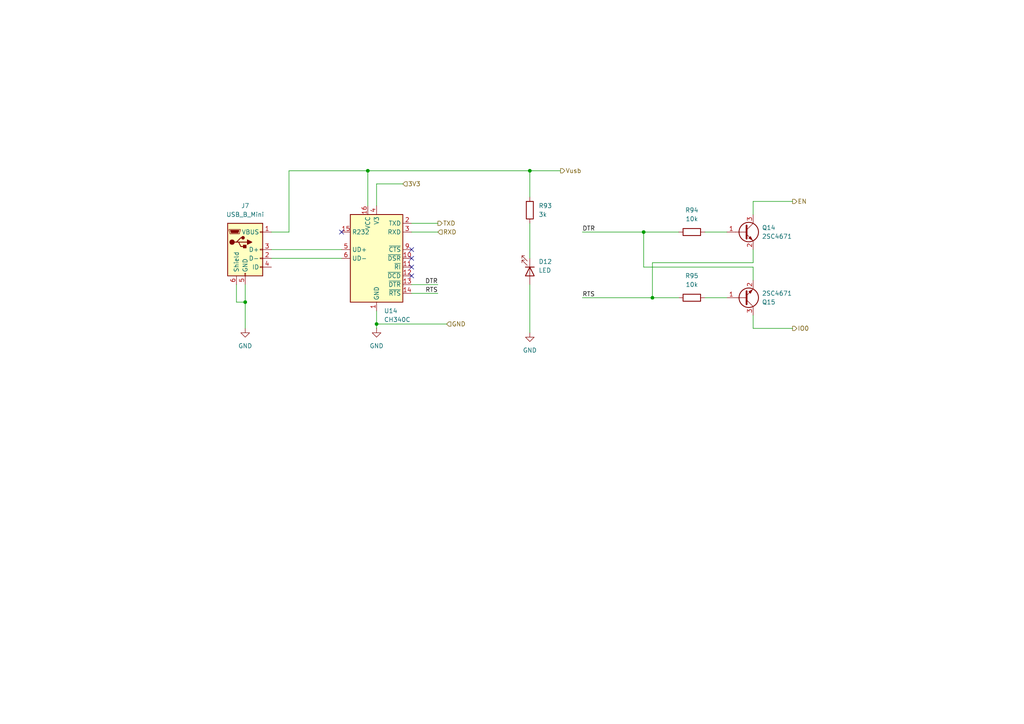
<source format=kicad_sch>
(kicad_sch (version 20250114) (generator "eeschema") (generator_version "9.0")
  (paper "A4")
  (lib_symbols
    (symbol "Connector:USB_B_Mini" (pin_names (offset 1.016))
      (property "Reference" "J" (at -5.08 11.43 0))
      (property "Value" "USB_B_Mini" (at -5.08 8.89 0))
      (symbol "USB_B_Mini_0_1"
        (rectangle (start -5.08 -7.62) (end 5.08 7.62) (stroke (width 0.254)) (fill (type background)))
        (polyline (pts (xy -4.699 5.842) (xy -4.699 5.588) (xy -4.445 4.826) (xy -4.445 4.572) (xy -1.651 4.572) (xy -1.651 4.826) (xy -1.397 5.588) (xy -1.397 5.842) (xy -4.699 5.842)))
        (polyline (pts (xy -4.318 5.588) (xy -1.778 5.588) (xy -2.032 4.826) (xy -4.064 4.826) (xy -4.318 5.588)) (fill (type outline)))
        (circle (center -3.81 2.159) (radius 0.635) (stroke (width 0.254)) (fill (type outline)))
        (polyline (pts (xy -3.175 2.159) (xy -2.54 2.159) (xy -1.27 3.429) (xy -0.635 3.429)) (stroke (width 0.254)))
        (polyline (pts (xy -2.54 2.159) (xy -1.905 2.159) (xy -1.27 0.889) (xy 0 0.889)) (stroke (width 0.254)))
        (polyline (pts (xy -1.905 2.159) (xy 0.635 2.159)) (stroke (width 0.254)))
        (circle (center -0.635 3.429) (radius 0.381) (stroke (width 0.254)) (fill (type outline)))
        (rectangle (start -0.127 -7.62) (end 0.127 -6.858))
        (rectangle (start 0.254 1.27) (end -0.508 0.508) (stroke (width 0.254)) (fill (type outline)))
        (polyline (pts (xy 0.635 2.794) (xy 0.635 1.524) (xy 1.905 2.159) (xy 0.635 2.794)) (stroke (width 0.254)) (fill (type outline)))
        (rectangle (start 5.08 4.953) (end 4.318 5.207))
        (rectangle (start 5.08 -0.127) (end 4.318 0.127))
        (rectangle (start 5.08 -2.667) (end 4.318 -2.413))
        (rectangle (start 5.08 -5.207) (end 4.318 -4.953))
      )
      (symbol "USB_B_Mini_1_1"
        (pin passive line (at -2.54 -10.16 90) (length 2.54) (name "Shield") (number "6"))
        (pin power_out line (at 0 -10.16 90) (length 2.54) (name "GND") (number "5"))
        (pin power_out line (at 7.62 5.08 180) (length 2.54) (name "VBUS") (number "1"))
        (pin bidirectional line (at 7.62 0 180) (length 2.54) (name "D+") (number "3"))
        (pin bidirectional line (at 7.62 -2.54 180) (length 2.54) (name "D-") (number "2"))
        (pin passive line (at 7.62 -5.08 180) (length 2.54) (name "ID") (number "4"))
      )
    )
    (symbol "Device:LED" (pin_numbers (hide yes)) (pin_names (offset 1.016) (hide yes))
      (property "Reference" "D" (at 0 2.54 0))
      (property "Value" "LED" (at 0 -2.54 0))
      (symbol "LED_0_1"
        (polyline (pts (xy -3.048 -0.762) (xy -4.572 -2.286) (xy -3.81 -2.286) (xy -4.572 -2.286) (xy -4.572 -1.524)))
        (polyline (pts (xy -1.778 -0.762) (xy -3.302 -2.286) (xy -2.54 -2.286) (xy -3.302 -2.286) (xy -3.302 -1.524)))
        (polyline (pts (xy -1.27 0) (xy 1.27 0)))
        (polyline (pts (xy -1.27 -1.27) (xy -1.27 1.27)) (stroke (width 0.254)))
        (polyline (pts (xy 1.27 -1.27) (xy 1.27 1.27) (xy -1.27 0) (xy 1.27 -1.27)) (stroke (width 0.254)))
      )
      (symbol "LED_1_1"
        (pin passive line (at -3.81 0 0) (length 2.54) (name "K") (number "1"))
        (pin passive line (at 3.81 0 180) (length 2.54) (name "A") (number "2"))
      )
    )
    (symbol "Device:R" (pin_numbers (hide yes)) (pin_names (offset 0))
      (property "Reference" "R" (at 2.032 0 90))
      (property "Value" "R" (at 0 0 90))
      (symbol "R_0_1"
        (rectangle (start -1.016 -2.54) (end 1.016 2.54) (stroke (width 0.254)))
      )
      (symbol "R_1_1"
        (pin passive line (at 0 3.81 270) (length 1.27) (name "~") (number "1"))
        (pin passive line (at 0 -3.81 90) (length 1.27) (name "~") (number "2"))
      )
    )
    (symbol "Interface_USB:CH340C"
      (property "Reference" "U" (at -5.08 13.97 0))
      (property "Value" "CH340C" (at 1.27 13.97 0))
      (symbol "CH340C_0_1"
        (rectangle (start -7.62 12.7) (end 7.62 -12.7) (stroke (width 0.254)) (fill (type background)))
      )
      (symbol "CH340C_1_1"
        (pin input line (at -10.16 7.62 0) (length 2.54) (name "R232") (number "15"))
        (pin bidirectional line (at -10.16 2.54 0) (length 2.54) (name "UD+") (number "5"))
        (pin bidirectional line (at -10.16 0 0) (length 2.54) (name "UD-") (number "6"))
        (pin no_connect line (at -7.62 -5.08 0) (length 2.54) (hide yes) (name "NC") (number "7"))
        (pin no_connect line (at -7.62 -7.62 0) (length 2.54) (hide yes) (name "NC") (number "8"))
        (pin power_in line (at -2.54 15.24 270) (length 2.54) (name "VCC") (number "16"))
        (pin power_out line (at 0 15.24 270) (length 2.54) (name "V3") (number "4"))
        (pin power_in line (at 0 -15.24 90) (length 2.54) (name "GND") (number "1"))
        (pin output line (at 10.16 10.16 180) (length 2.54) (name "TXD") (number "2"))
        (pin input line (at 10.16 7.62 180) (length 2.54) (name "RXD") (number "3"))
        (pin input line (at 10.16 2.54 180) (length 2.54) (name "~{CTS}") (number "9"))
        (pin input line (at 10.16 0 180) (length 2.54) (name "~{DSR}") (number "10"))
        (pin input line (at 10.16 -2.54 180) (length 2.54) (name "~{RI}") (number "11"))
        (pin input line (at 10.16 -5.08 180) (length 2.54) (name "~{DCD}") (number "12"))
        (pin output line (at 10.16 -7.62 180) (length 2.54) (name "~{DTR}") (number "13"))
        (pin output line (at 10.16 -10.16 180) (length 2.54) (name "~{RTS}") (number "14"))
      )
    )
    (symbol "Transistor_BJT:2SC4213" (pin_names (offset 0) (hide yes))
      (property "Reference" "Q" (at 5.08 1.905 0))
      (property "Value" "2SC4213" (at 5.08 0 0))
      (symbol "2SC4213_0_1"
        (polyline (pts (xy -2.54 0) (xy 0.635 0)))
        (polyline (pts (xy 0.635 1.905) (xy 0.635 -1.905)) (stroke (width 0.508)))
        (circle (center 1.27 0) (radius 2.8194) (stroke (width 0.254)))
      )
      (symbol "2SC4213_1_1"
        (polyline (pts (xy 0.635 0.635) (xy 2.54 2.54)))
        (polyline (pts (xy 0.635 -0.635) (xy 2.54 -2.54)))
        (polyline (pts (xy 1.27 -1.778) (xy 1.778 -1.27) (xy 2.286 -2.286) (xy 1.27 -1.778)) (fill (type outline)))
        (pin input line (at -5.08 0 0) (length 2.54) (name "B") (number "1"))
        (pin passive line (at 2.54 5.08 270) (length 2.54) (name "C") (number "3"))
        (pin passive line (at 2.54 -5.08 90) (length 2.54) (name "E") (number "2"))
      )
    )
    (symbol "power:GND" (power) (pin_numbers (hide yes)) (pin_names (offset 0) (hide yes))
      (property "Value" "GND" (at 0 -3.81 0))
      (symbol "GND_0_1"
        (polyline (pts (xy 0 0) (xy 0 -1.27) (xy 1.27 -1.27) (xy 0 -2.54) (xy -1.27 -1.27) (xy 0 -1.27)))
      )
      (symbol "GND_1_1"
        (pin power_in line (at 0 0 270) (length 0) (name "~") (number "1"))
      )
    )
  )
  (junction (at 186.69 67.31))
  (junction (at 106.68 49.53))
  (junction (at 189.23 86.36))
  (junction (at 153.67 49.53))
  (junction (at 109.22 93.98))
  (junction (at 71.12 87.63))
  (no_connect (at 119.38 77.47))
  (no_connect (at 99.06 67.31))
  (no_connect (at 119.38 72.39))
  (no_connect (at 119.38 74.93))
  (no_connect (at 119.38 80.01))
  (wire (pts (xy 218.44 95.25) (xy 218.44 91.44)))
  (wire (pts (xy 229.87 95.25) (xy 218.44 95.25)))
  (wire (pts (xy 218.44 58.42) (xy 218.44 62.23)))
  (wire (pts (xy 153.67 49.53) (xy 106.68 49.53)))
  (wire (pts (xy 186.69 77.47) (xy 186.69 67.31)))
  (wire (pts (xy 109.22 93.98) (xy 109.22 95.25)))
  (wire (pts (xy 153.67 64.77) (xy 153.67 74.93)))
  (wire (pts (xy 71.12 87.63) (xy 71.12 95.25)))
  (wire (pts (xy 218.44 77.47) (xy 186.69 77.47)))
  (wire (pts (xy 218.44 76.2) (xy 218.44 72.39)))
  (wire (pts (xy 119.38 85.09) (xy 127 85.09)))
  (wire (pts (xy 189.23 86.36) (xy 196.85 86.36)))
  (wire (pts (xy 218.44 81.28) (xy 218.44 77.47)))
  (wire (pts (xy 168.91 86.36) (xy 189.23 86.36)))
  (wire (pts (xy 153.67 82.55) (xy 153.67 96.52)))
  (wire (pts (xy 204.47 86.36) (xy 210.82 86.36)))
  (wire (pts (xy 119.38 82.55) (xy 127 82.55)))
  (wire (pts (xy 68.58 87.63) (xy 71.12 87.63)))
  (wire (pts (xy 109.22 90.17) (xy 109.22 93.98)))
  (wire (pts (xy 119.38 67.31) (xy 127 67.31)))
  (wire (pts (xy 83.82 49.53) (xy 106.68 49.53)))
  (wire (pts (xy 119.38 64.77) (xy 127 64.77)))
  (wire (pts (xy 78.74 74.93) (xy 99.06 74.93)))
  (wire (pts (xy 229.87 58.42) (xy 218.44 58.42)))
  (wire (pts (xy 106.68 49.53) (xy 106.68 59.69)))
  (wire (pts (xy 78.74 67.31) (xy 83.82 67.31)))
  (wire (pts (xy 78.74 72.39) (xy 99.06 72.39)))
  (wire (pts (xy 189.23 86.36) (xy 189.23 76.2)))
  (wire (pts (xy 71.12 82.55) (xy 71.12 87.63)))
  (wire (pts (xy 162.56 49.53) (xy 153.67 49.53)))
  (wire (pts (xy 109.22 93.98) (xy 129.54 93.98)))
  (wire (pts (xy 204.47 67.31) (xy 210.82 67.31)))
  (wire (pts (xy 168.91 67.31) (xy 186.69 67.31)))
  (wire (pts (xy 68.58 82.55) (xy 68.58 87.63)))
  (wire (pts (xy 109.22 53.34) (xy 109.22 59.69)))
  (wire (pts (xy 116.84 53.34) (xy 109.22 53.34)))
  (wire (pts (xy 189.23 76.2) (xy 218.44 76.2)))
  (wire (pts (xy 83.82 67.31) (xy 83.82 49.53)))
  (wire (pts (xy 186.69 67.31) (xy 196.85 67.31)))
  (wire (pts (xy 153.67 49.53) (xy 153.67 57.15)))
  (label "DTR" (at 168.91 67.31 0))
  (label "RTS" (at 127 85.09 180))
  (label "RTS" (at 168.91 86.36 0))
  (label "DTR" (at 127 82.55 180))
  (hierarchical_label "GND" (shape input) (at 129.54 93.98 0))
  (hierarchical_label "3V3" (shape input) (at 116.84 53.34 0))
  (hierarchical_label "Vusb" (shape output) (at 162.56 49.53 0))
  (hierarchical_label "TXD" (shape output) (at 127 64.77 0))
  (hierarchical_label "IO0" (shape output) (at 229.87 95.25 0))
  (hierarchical_label "RXD" (shape input) (at 127 67.31 0))
  (hierarchical_label "EN" (shape output) (at 229.87 58.42 0))
  (symbol (lib_id "Device:R") (at 200.66 67.31 90) (unit 1) (in_bom no)
    (property "Reference" "R94" (at 200.66 60.96 90))
    (property "Value" "10k" (at 200.66 63.5 90))
    (property "Footprint" "Resistor_SMD:R_0402_1005Metric_Pad0.72x0.64mm_HandSolder" (effects (hide yes)))
    (property "Description" "Resistor" (effects (hide yes)))
  )
  (symbol (lib_id "Transistor_BJT:2SC4213") (at 215.9 67.31 0) (unit 1) (in_bom no)
    (property "Reference" "Q14" (at 220.98 66.0399 0) (effects (justify left)))
    (property "Value" "2SC4671" (at 220.98 68.5799 0) (effects (justify left)))
    (property "Footprint" "Package_TO_SOT_SMD:SOT-523" (effects (hide yes)))
    (property "Datasheet" "https://toshiba.semicon-storage.com/info/docget.jsp?did=19305&prodName=2SC4213" (effects (hide yes)))
    (property "Description" "0.3A Ic, 20V Vce, NPN Transistor, For Muting and Switching, SOT-323" (effects (hide yes)))
  )
  (symbol (lib_id "Interface_USB:CH340C") (at 109.22 74.93 0) (unit 1) (in_bom no)
    (property "Reference" "U14" (at 111.3633 90.17 0) (effects (justify left)))
    (property "Value" "CH340C" (at 111.3633 92.71 0) (effects (justify left)))
    (property "Footprint" "Package_SO:SOIC-16_3.9x9.9mm_P1.27mm" (effects (hide yes)))
    (property "Datasheet" "https://datasheet.lcsc.com/szlcsc/Jiangsu-Qin-Heng-CH340C_C84681.pdf" (effects (hide yes)))
    (property "Description" "USB serial converter, crystal-less, UART, SOIC-16" (effects (hide yes)))
  )
  (symbol (lib_id "power:GND") (at 153.67 96.52 0) (unit 1)
    (property "Reference" "#PWR0150" (effects (hide yes)))
    (property "Value" "GND" (at 153.67 101.6 0))
    (property "Description" "Power symbol creates a global label with name \"GND\" , ground" (effects (hide yes)))
  )
  (symbol (lib_id "power:GND") (at 71.12 95.25 0) (unit 1)
    (property "Reference" "#PWR0148" (effects (hide yes)))
    (property "Value" "GND" (at 71.12 100.33 0))
    (property "Description" "Power symbol creates a global label with name \"GND\" , ground" (effects (hide yes)))
  )
  (symbol (lib_id "Transistor_BJT:2SC4213") (at 215.9 86.36 0) (mirror x) (unit 1) (in_bom no)
    (property "Reference" "Q15" (at 220.98 87.6301 0) (effects (justify left)))
    (property "Value" "2SC4671" (at 220.98 85.0901 0) (effects (justify left)))
    (property "Footprint" "Package_TO_SOT_SMD:SOT-523" (effects (hide yes)))
    (property "Datasheet" "https://toshiba.semicon-storage.com/info/docget.jsp?did=19305&prodName=2SC4213" (effects (hide yes)))
    (property "Description" "0.3A Ic, 20V Vce, NPN Transistor, For Muting and Switching, SOT-323" (effects (hide yes)))
  )
  (symbol (lib_id "Connector:USB_B_Mini") (at 71.12 72.39 0) (unit 1) (in_bom no)
    (property "Reference" "J7" (at 71.12 59.69 0))
    (property "Value" "USB_B_Mini" (at 71.12 62.23 0))
    (property "Footprint" "Connector_USB:USB_Mini-B_Lumberg_2486_01_Horizontal" (effects (hide yes)))
    (property "Description" "USB Mini Type B connector" (effects (hide yes)))
  )
  (symbol (lib_id "Device:R") (at 153.67 60.96 180) (unit 1) (in_bom no)
    (property "Reference" "R93" (at 156.21 59.6899 0) (effects (justify right)))
    (property "Value" "3k" (at 156.21 62.2299 0) (effects (justify right)))
    (property "Footprint" "Resistor_SMD:R_0402_1005Metric_Pad0.72x0.64mm_HandSolder" (effects (hide yes)))
    (property "Description" "Resistor" (effects (hide yes)))
  )
  (symbol (lib_id "power:GND") (at 109.22 95.25 0) (unit 1)
    (property "Reference" "#PWR0149" (effects (hide yes)))
    (property "Value" "GND" (at 109.22 100.33 0))
    (property "Description" "Power symbol creates a global label with name \"GND\" , ground" (effects (hide yes)))
  )
  (symbol (lib_id "Device:LED") (at 153.67 78.74 270) (unit 1) (in_bom no)
    (property "Reference" "D12" (at 156.21 75.8824 90) (effects (justify left)))
    (property "Value" "LED" (at 156.21 78.4224 90) (effects (justify left)))
    (property "Footprint" "LED_THT:LED_D3.0mm" (effects (hide yes)))
    (property "Description" "Light emitting diode" (effects (hide yes)))
    (property "Sim.Pins" "1=K 2=A" (effects (hide yes)))
  )
  (symbol (lib_id "Device:R") (at 200.66 86.36 90) (unit 1) (in_bom no)
    (property "Reference" "R95" (at 200.66 80.01 90))
    (property "Value" "10k" (at 200.66 82.55 90))
    (property "Footprint" "Resistor_SMD:R_0402_1005Metric_Pad0.72x0.64mm_HandSolder" (effects (hide yes)))
    (property "Description" "Resistor" (effects (hide yes)))
  )
)
</source>
